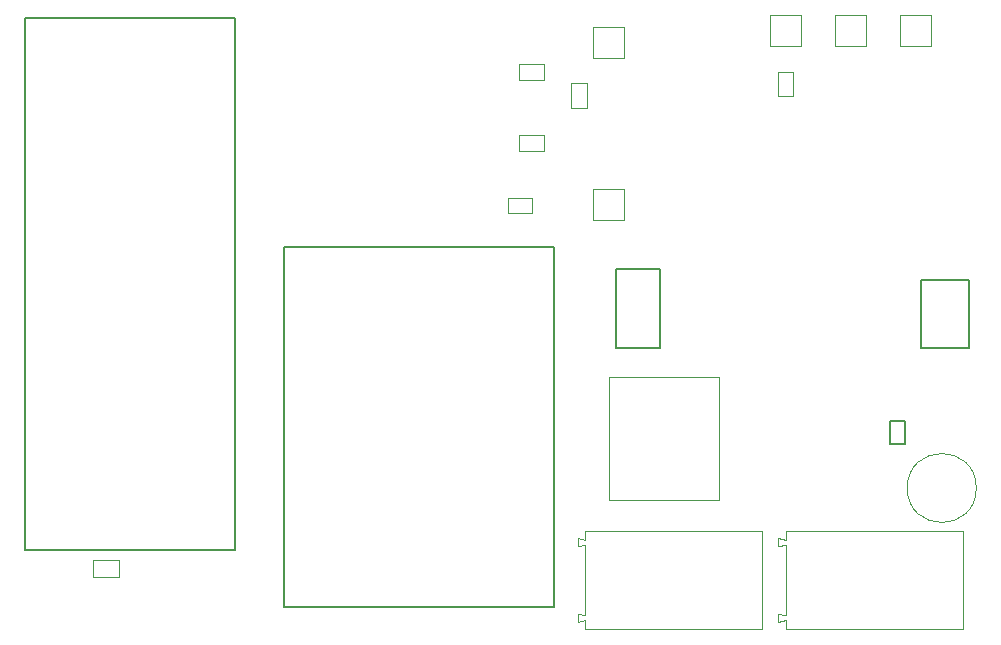
<source format=gbr>
G04*
G04 #@! TF.GenerationSoftware,Altium Limited,Altium Designer,24.6.1 (21)*
G04*
G04 Layer_Color=16711935*
%FSLAX25Y25*%
%MOIN*%
G70*
G04*
G04 #@! TF.SameCoordinates,E7B071F1-E274-4D6C-8170-77C2E5B523DC*
G04*
G04*
G04 #@! TF.FilePolarity,Positive*
G04*
G01*
G75*
%ADD10C,0.00787*%
%ADD13C,0.00500*%
%ADD15C,0.00394*%
D10*
X201378Y112795D02*
X215945D01*
X201378D02*
Y139173D01*
X215945D01*
Y112795D02*
Y139173D01*
X292815Y88583D02*
X297736D01*
X292815Y80709D02*
Y88583D01*
Y80709D02*
X297736D01*
Y88583D01*
X303051Y112697D02*
Y135335D01*
X318996D01*
Y112697D02*
Y135335D01*
X303051Y112697D02*
X318996D01*
X74370Y45292D02*
Y222792D01*
X4370D02*
X74370D01*
X4370Y45292D02*
Y222792D01*
Y45292D02*
X74370D01*
D13*
X90669Y26496D02*
X180669D01*
Y146496D01*
X90669D02*
X180669D01*
X90669Y26496D02*
Y146496D01*
D15*
X321466Y66111D02*
G03*
X321466Y66111I-11506J0D01*
G01*
X257874Y23622D02*
Y47244D01*
Y19094D02*
Y22047D01*
X255512Y24114D02*
X257874Y23622D01*
X255512Y21555D02*
X257874Y22047D01*
X255512Y21555D02*
Y24114D01*
X257874Y48819D02*
Y51772D01*
X255512Y49311D02*
X257874Y48819D01*
X255512Y46752D02*
X257874Y47244D01*
X255512Y46752D02*
Y49311D01*
X316929Y19094D02*
Y51772D01*
X257874Y19094D02*
X316929D01*
X257874Y51772D02*
X316929D01*
X190945Y23622D02*
Y47244D01*
Y19094D02*
Y22047D01*
X188583Y24114D02*
X190945Y23622D01*
X188583Y21555D02*
X190945Y22047D01*
X188583Y21555D02*
Y24114D01*
X190945Y48819D02*
Y51772D01*
X188583Y49311D02*
X190945Y48819D01*
X188583Y46752D02*
X190945Y47244D01*
X188583Y46752D02*
Y49311D01*
X250000Y19094D02*
Y51772D01*
X190945Y19094D02*
X250000D01*
X190945Y51772D02*
X250000D01*
X235827Y62205D02*
Y103150D01*
X199016Y62205D02*
Y103150D01*
Y62205D02*
X235827D01*
X199016Y103150D02*
X235827D01*
X296063Y223622D02*
X306299D01*
Y213386D02*
Y223622D01*
X296063Y213386D02*
Y223622D01*
Y213386D02*
X306299D01*
X274410Y223622D02*
X284646D01*
Y213386D02*
Y223622D01*
X274410Y213386D02*
Y223622D01*
Y213386D02*
X284646D01*
X260335Y196850D02*
Y204724D01*
X255413Y196850D02*
Y204724D01*
X260335D01*
X255413Y196850D02*
X260335D01*
X252756Y223622D02*
X262992D01*
Y213386D02*
Y223622D01*
X252756Y213386D02*
Y223622D01*
Y213386D02*
X262992D01*
X203937Y155512D02*
Y165748D01*
X193701Y155512D02*
X203937D01*
X193701Y165748D02*
X203937D01*
X193701Y155512D02*
Y165748D01*
X27165Y36516D02*
Y42224D01*
X35827Y36516D02*
Y42224D01*
X27165D02*
X35827D01*
X27165Y36516D02*
X35827D01*
X193701Y209449D02*
Y219685D01*
X203937D01*
X193701Y209449D02*
X203937D01*
Y219685D01*
X186319Y192700D02*
Y200968D01*
X191634Y192700D02*
Y200968D01*
X186319Y192700D02*
X191634D01*
X186319Y200968D02*
X191634D01*
X173228Y157759D02*
Y162680D01*
X165354Y157759D02*
Y162680D01*
Y157759D02*
X173228D01*
X165354Y162680D02*
X173228D01*
X169095Y183760D02*
X177362D01*
X169095Y178445D02*
X177362D01*
X169095D02*
Y183760D01*
X177362Y178445D02*
Y183760D01*
X169095Y202067D02*
X177362D01*
X169095Y207382D02*
X177362D01*
Y202067D02*
Y207382D01*
X169095Y202067D02*
Y207382D01*
M02*

</source>
